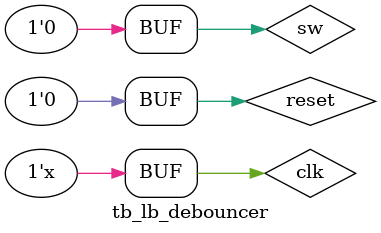
<source format=v>
`timescale 1ps / 1fs


module tb_lb_debouncer;

	// Inputs
	reg clk;
	reg sw;
	reg reset;

	// Outputs
	wire db;

	// Instantiate the Unit Under Test (UUT)
	lb_debounce uut (
		.clk(clk), 
		.sw(sw), 
		.reset(reset), 
		.db(db)
	);
	always 
		#10clk = ~clk;
	initial begin
		// Initialize Inputs
		clk = 0;
		sw = 0;
		reset = 1;
		
		#10;
		reset = 0;
		#15;
		sw = 1;
		#250
		sw = 0;
		// Wait 100 ns for global reset to finish
		#100000000;
        
		// Add stimulus here

	end
      
endmodule


</source>
